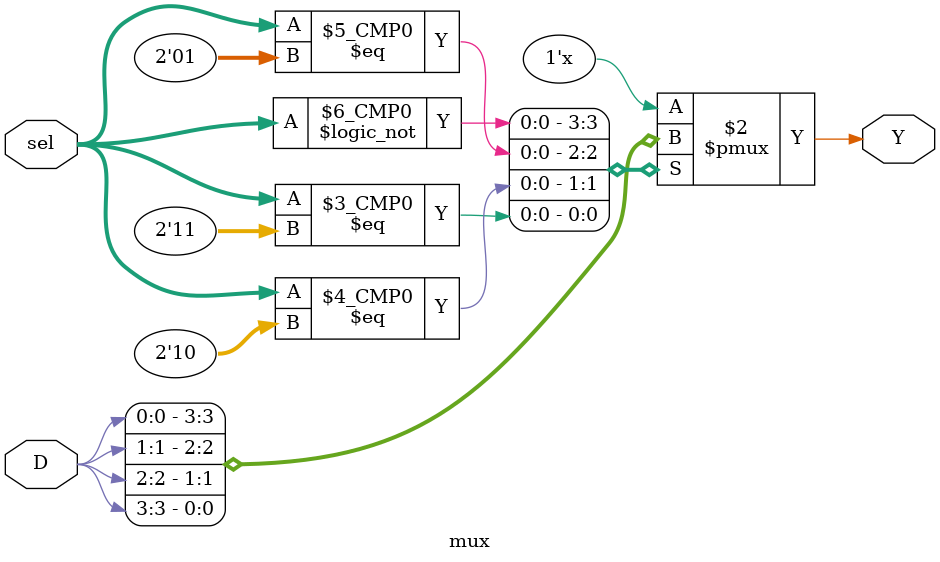
<source format=v>
module mux(
  input wire [3:0] D,
  input wire [1:0] sel,
  output reg Y
);
  
  always @(*) begin
    case (sel)
      2'b00: Y = D[0];
      2'b01: Y = D[1];
      2'b10: Y = D[2];
      2'b11: Y = D[3];
    endcase
  end
endmodule
</source>
